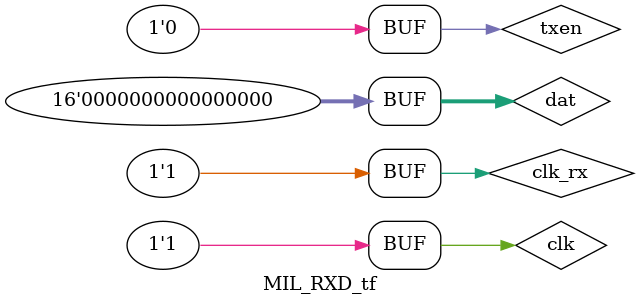
<source format=v>
`timescale 1ns / 1ps


module MIL_RXD_tf;

	// Inputs
	reg clk_rx;

	// Outputs
	wire RXN;
	wire RXP;
	wire D_RXN;
	wire D_RXP;
	wire ok_SY_DW;
	wire ok_SY_CW;
	wire [6:0] cb_tact;
	wire dRXPN;
	wire en_wr;
	wire ce_bit;
	wire we_bit;
	wire ce_tactRx;
	wire sr_dat;
	wire en_rx;
	wire T_dat_rx;
	wire T_endRx;
	wire[15:0] rx_dat; 
	wire FT_cp_rx;
	wire ok_rx; 
	// Instantiate the Unit Under Test (UUT)
	MIL_RXD uut1 (
		.In_P(TXP), 
		.RXN(RXN), 
		.In_N(TXN), 
		.RXP(RXP), 
		.clk(clk_rx), 
		.D_RXN(D_RXN), 
		.D_RXP(D_RXP), 
		.ok_SY_DW(ok_SY_DW), 
		.ok_SY_CW(ok_SY_CW),
		.cb_tact(cb_tact),
		.dRXPN(dRXPN),
		.en_wr(en_wr),
		.ce_bit(ce_bit),
		.we_bit(we_bit), 
		.ce_tact(ce_tactRx), 
		.sr_dat(sr_dat),
		.en_rx(en_rx),
		.T_dat_rx(T_dat_rx),
		.T_end(T_endRx),
		.data(rx_dat),
		.FT_cp(FT_cp_rx),
		.ok_rx(ok_rx)
	);
	
	//Inputs
	reg [15:0] dat;
	reg txen;
	reg clk;
	
		// Outputs 
	wire TXP;
	wire TXN;
	wire SY1;
	wire SY2;
	wire en_tx;
	wire T_dat;
	wire T_end;
	wire SDAT;
	wire FT_cp;
	wire [4:0] cb_bit;
	wire ce_tact;

	// Instantiate the Unit Under Test (UUT)
	MIL_TXD uut (
		.clk(clk), 
		.TXP(TXP), 
		.dat(dat), 
		.TXN(TXN), 
		.txen(txen), 
		.SY1(SY1), 
		.SY2(SY2), 
		.en_tx(en_tx), 
		.T_dat(T_dat), 
		.T_end(T_end), 
		.SDAT(SDAT), 
		.FT_cp(FT_cp), 
		.cb_bit(cb_bit), 
		.ce_tact(ce_tact)
	);

	initial begin
		// Initialize Inputs
		clk = 0;
		dat = 0;
		txen = 0;

		// Wait 100 ns for global reset to finish
		#100;
        
		// Add stimulus here
		
      dat = 0; txen = 0; //
		#100; dat = 16'h9ABC; txen = 1; // my CW
		#10000; dat = 16'h6523; txen = 1; // my WD
		#24000; dat = 16'h0000; txen = 0;

	end
	parameter PERIOD1 = 20;
   parameter PERIOD = 20;
	always begin clk = 1'b0; #(PERIOD/2) clk = 1'b1; #(PERIOD/2); end
	//always begin clk_rx = 1'b0; #9.8 clk_rx = 1'b1; #9.8; end
	always begin clk_rx = 1'b0; #10 clk_rx = 1'b1; #10; end
	//always begin clk_rx = 1'b0; #10.3 clk_rx = 1'b1; #10.3; end	
	 	
endmodule


</source>
